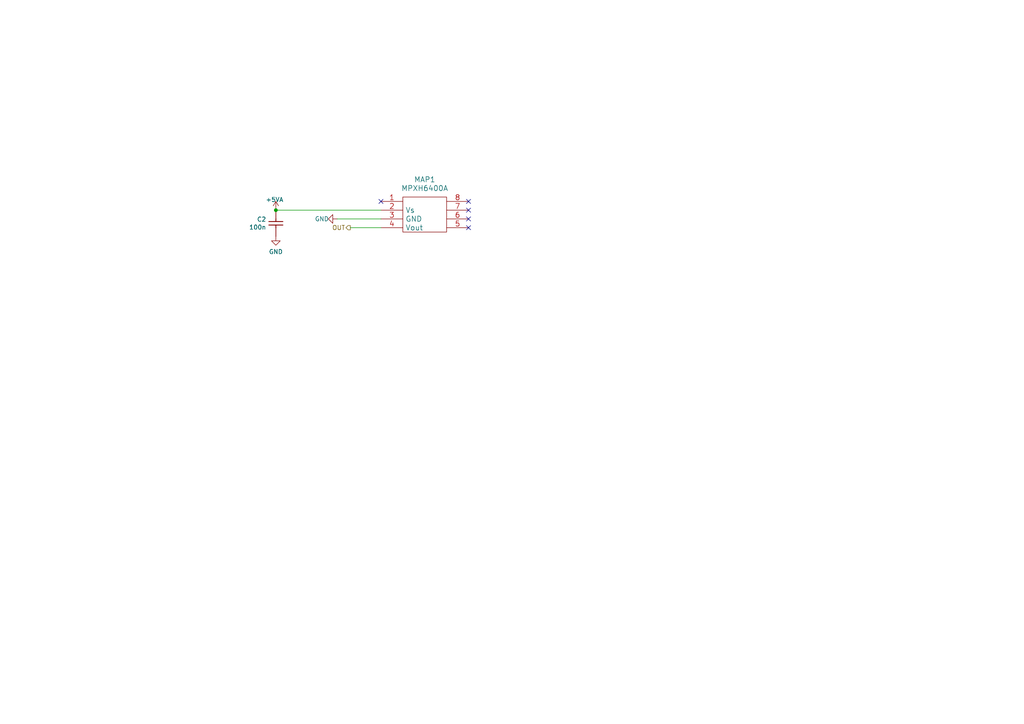
<source format=kicad_sch>
(kicad_sch (version 20231120) (generator "eeschema") (generator_version "8.0")
  (paper "A4")
  (title_block (title "UAEFI") (date "2024-08-15") (rev "D") (company "rusEFI.com"))
  (lib_symbols
    (symbol "hellen-one-common:Cap" (pin_numbers hide)
      (property "Reference" "C" (at -3.81 2.54 0))
      (property "Value" "Cap" (at -2.54 -1.27 0))
      (symbol "Cap_1_0"
        (polyline (pts (xy -1.27 0) (xy -0.508 0)) (stroke (width 0.254)))
        (polyline (pts (xy -0.508 -2.032) (xy -0.508 2.032)) (stroke (width 0.254)))
        (polyline (pts (xy 0.508 2.032) (xy 0.508 -2.032)) (stroke (width 0.254)))
        (polyline (pts (xy 1.27 0) (xy 0.508 0)) (stroke (width 0.254)))
        (pin passive line (at -3.81 0 0) (length 2.54) (name "") (number "1"))
        (pin passive line (at 3.81 0 180) (length 2.54) (name "") (number "2"))
      )
    )
    (symbol "hellen-one-common:MPX4_MAP" (pin_names (offset 0.762))
      (property "Reference" "U4" (at 3.81 -6.35 0))
      (property "Value" "MPXH6400A" (at -3.81 -3.81 0))
      (symbol "MPX4_MAP_0_1"
        (rectangle (start -2.54 7.62) (end 10.16 -2.54))
      )
      (symbol "MPX4_MAP_1_1"
        (pin passive line (at -8.89 6.35 0) (length 6.35) (name "") (number "1"))
        (pin passive line (at -8.89 3.81 0) (length 6.35) (name "Vs") (number "2"))
        (pin passive line (at -8.89 1.27 0) (length 6.35) (name "GND") (number "3"))
        (pin passive line (at -8.89 -1.27 0) (length 6.35) (name "Vout") (number "4"))
        (pin passive line (at 16.51 -1.27 180) (length 6.35) (name "") (number "5"))
        (pin passive line (at 16.51 1.27 180) (length 6.35) (name "") (number "6"))
        (pin passive line (at 16.51 3.81 180) (length 6.35) (name "") (number "7"))
        (pin passive line (at 16.51 6.35 180) (length 6.35) (name "") (number "8"))
      )
    )
    (symbol "power:+5VA" (power) (pin_names (offset 0))
      (property "Value" "+5VA" (at 0 3.556 0))
      (symbol "+5VA_0_1"
        (polyline (pts (xy -0.762 1.27) (xy 0 2.54)))
        (polyline (pts (xy 0 0) (xy 0 2.54)))
        (polyline (pts (xy 0 2.54) (xy 0.762 1.27)))
      )
      (symbol "+5VA_1_1"
        (pin power_in line (at 0 0 90) (length 0) hide (name "+5VA") (number "1"))
      )
    )
    (symbol "power:GND" (power) (pin_names (offset 0))
      (property "Value" "GND" (at 0 -3.81 0))
      (symbol "GND_0_1"
        (polyline (pts (xy 0 0) (xy 0 -1.27) (xy 1.27 -1.27) (xy 0 -2.54) (xy -1.27 -1.27) (xy 0 -1.27)))
      )
      (symbol "GND_1_1"
        (pin power_in line (at 0 0 270) (length 0) hide (name "GND") (number "1"))
      )
    )
  )
  (junction (at 80.01 60.96))
  (no_connect (at 135.89 63.5))
  (no_connect (at 110.49 58.42))
  (no_connect (at 135.89 60.96))
  (no_connect (at 135.89 66.04))
  (no_connect (at 135.89 58.42))
  (wire (pts (xy 97.79 63.5) (xy 110.49 63.5)))
  (wire (pts (xy 80.01 60.96) (xy 110.49 60.96)))
  (wire (pts (xy 101.6 66.04) (xy 110.49 66.04)))
  (hierarchical_label "OUT" (shape output) (at 101.6 66.04 180))
  (symbol (lib_id "hellen-one-common:MPX4_MAP") (at 119.38 64.77 0) (unit 1)
    (property "Reference" "MAP1" (at 123.19 52.07 0) (effects (font (size 1.524 1.524))))
    (property "Value" "MPXH6400A" (at 123.19 54.61 0) (effects (font (size 1.524 1.524))))
    (property "Footprint" "hellen-one-common:MPXH6400A-SSOP8" (effects (hide yes)))
    (property "LCSC" "C511770" (effects (hide yes)))
  )
  (symbol (lib_id "power:GND") (at 97.79 63.5 270) (mirror x) (unit 1)
    (property "Reference" "#PWR026" (effects (hide yes)))
    (property "Value" "GND" (at 93.345 63.5 90))
  )
  (symbol (lib_id "power:GND") (at 80.01 68.58 0) (mirror y) (unit 1)
    (property "Reference" "#PWR047" (effects (hide yes)))
    (property "Value" "GND" (at 80.01 73.025 0))
    (instances (project "alphax_4ch" (path "" (reference "#PWR047") (unit 1)) (path "" (reference "#PWR0151") (unit 1))) (project "uaefi" (path "" (reference "#PWR098") (unit 1))))
  )
  (symbol (lib_id "power:+5VA") (at 80.01 60.96 0) (mirror y) (unit 1)
    (property "Reference" "#PWR0115" (effects (hide yes)))
    (property "Value" "+5VA" (at 79.6417 57.9056 0))
    (instances (project "alphax_4ch" (path "" (reference "#PWR0115") (unit 1)) (path "" (reference "#PWR0150") (unit 1))) (project "uaefi" (path "" (reference "#PWR097") (unit 1))))
  )
  (symbol (lib_id "hellen-one-common:Cap") (at 80.01 64.77 270) (mirror x) (unit 1)
    (property "Reference" "C2" (at 77.2159 63.6206 90) (effects (justify right)))
    (property "Value" "100n" (at 77.2159 65.9193 90) (effects (justify right)))
    (property "Footprint" "hellen-one-common:C0603" (effects (hide yes)))
    (property "LCSC" "C14663" (effects (hide yes)))
    (instances (project "alphax_4ch" (path "" (reference "C2") (unit 1)) (path "" (reference "C2") (unit 1))) (project "uaefi" (path "" (reference "C27") (unit 1))))
  )
)
</source>
